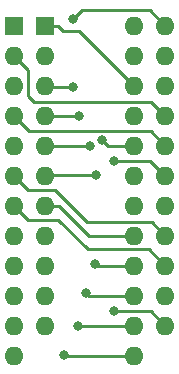
<source format=gbr>
G04 #@! TF.GenerationSoftware,KiCad,Pcbnew,(5.1.4)-1*
G04 #@! TF.CreationDate,2022-03-07T20:56:38-05:00*
G04 #@! TF.ProjectId,MB7074_to_MB7072,4d423730-3734-45f7-946f-5f4d42373037,rev?*
G04 #@! TF.SameCoordinates,Original*
G04 #@! TF.FileFunction,Copper,L2,Bot*
G04 #@! TF.FilePolarity,Positive*
%FSLAX46Y46*%
G04 Gerber Fmt 4.6, Leading zero omitted, Abs format (unit mm)*
G04 Created by KiCad (PCBNEW (5.1.4)-1) date 2022-03-07 20:56:38*
%MOMM*%
%LPD*%
G04 APERTURE LIST*
%ADD10O,1.600000X1.600000*%
%ADD11R,1.600000X1.600000*%
%ADD12C,0.800000*%
%ADD13C,0.250000*%
G04 APERTURE END LIST*
D10*
X83335001Y-60575001D03*
X73175001Y-85975001D03*
X83335001Y-63115001D03*
X73175001Y-83435001D03*
X83335001Y-65655001D03*
X73175001Y-80895001D03*
X83335001Y-68195001D03*
X73175001Y-78355001D03*
X83335001Y-70735001D03*
X73175001Y-75815001D03*
X83335001Y-73275001D03*
X73175001Y-73275001D03*
X83335001Y-75815001D03*
X73175001Y-70735001D03*
X83335001Y-78355001D03*
X73175001Y-68195001D03*
X83335001Y-80895001D03*
X73175001Y-65655001D03*
X83335001Y-83435001D03*
X73175001Y-63115001D03*
X83335001Y-85975001D03*
D11*
X73175001Y-60575001D03*
D10*
X80660000Y-60575001D03*
X70500000Y-88515001D03*
X80660000Y-63115001D03*
X70500000Y-85975001D03*
X80660000Y-65655001D03*
X70500000Y-83435001D03*
X80660000Y-68195001D03*
X70500000Y-80895001D03*
X80660000Y-70735001D03*
X70500000Y-78355001D03*
X80660000Y-73275001D03*
X70500000Y-75815001D03*
X80660000Y-75815001D03*
X70500000Y-73275001D03*
X80660000Y-78355001D03*
X70500000Y-70735001D03*
X80660000Y-80895001D03*
X70500000Y-68195001D03*
X80660000Y-83435001D03*
X70500000Y-65655001D03*
X80660000Y-85975001D03*
X70500000Y-63115001D03*
X80660000Y-88515001D03*
D11*
X70500000Y-60575001D03*
D12*
X75500000Y-60000000D03*
X79000000Y-72000000D03*
X77375010Y-80750000D03*
X77500000Y-73250000D03*
X76650010Y-83250000D03*
X77000000Y-70750000D03*
X75925010Y-86000000D03*
X76000000Y-68250000D03*
X74750000Y-88500000D03*
X75500000Y-65750000D03*
X79000000Y-84750000D03*
X78000000Y-70250000D03*
D13*
X75500000Y-60000000D02*
X76250000Y-59250000D01*
X82010000Y-59250000D02*
X83335001Y-60575001D01*
X76250000Y-59250000D02*
X82010000Y-59250000D01*
X83335001Y-68195001D02*
X82140000Y-67000000D01*
X70500000Y-63115001D02*
X71750000Y-64365001D01*
X71750000Y-66500000D02*
X72250000Y-67000000D01*
X71750000Y-64365001D02*
X71750000Y-66500000D01*
X82140000Y-67000000D02*
X72250000Y-67000000D01*
X83335001Y-70735001D02*
X82100000Y-69500000D01*
X71299999Y-68995000D02*
X70500000Y-68195001D01*
X71804999Y-69500000D02*
X71299999Y-68995000D01*
X82100000Y-69500000D02*
X71804999Y-69500000D01*
X74306371Y-75815001D02*
X73175001Y-75815001D01*
X76846371Y-78355001D02*
X74306371Y-75815001D01*
X80660000Y-78355001D02*
X76846371Y-78355001D01*
X83335001Y-73275001D02*
X82060000Y-72000000D01*
X82060000Y-72000000D02*
X81250000Y-72000000D01*
X81250000Y-72000000D02*
X79250000Y-72000000D01*
X79250000Y-72000000D02*
X79000000Y-72000000D01*
X80660000Y-80895001D02*
X77520011Y-80895001D01*
X77520011Y-80895001D02*
X77375010Y-80750000D01*
X73200002Y-73250000D02*
X73175001Y-73275001D01*
X77500000Y-73250000D02*
X73200002Y-73250000D01*
X80660000Y-83435001D02*
X76835011Y-83435001D01*
X76835011Y-83435001D02*
X76650010Y-83250000D01*
X73190000Y-70750000D02*
X73175001Y-70735001D01*
X77000000Y-70750000D02*
X73190000Y-70750000D01*
X71299999Y-74075000D02*
X70500000Y-73275001D01*
X82210000Y-77230000D02*
X83335001Y-78355001D01*
X76730000Y-77230000D02*
X82210000Y-77230000D01*
X74000000Y-74500000D02*
X76730000Y-77230000D01*
X71724999Y-74500000D02*
X71299999Y-74075000D01*
X73250000Y-74500000D02*
X71724999Y-74500000D01*
X73250000Y-74500000D02*
X74000000Y-74500000D01*
X73000000Y-74500000D02*
X73250000Y-74500000D01*
X80660000Y-85975001D02*
X75950009Y-85975001D01*
X75950009Y-85975001D02*
X75925010Y-86000000D01*
X73230000Y-68250000D02*
X73175001Y-68195001D01*
X76000000Y-68250000D02*
X73230000Y-68250000D01*
X83335001Y-80895001D02*
X81940000Y-79500000D01*
X81940000Y-79500000D02*
X76750000Y-79500000D01*
X76750000Y-79500000D02*
X74250000Y-77000000D01*
X71684999Y-77000000D02*
X70500000Y-75815001D01*
X74250000Y-77000000D02*
X71684999Y-77000000D01*
X80660000Y-88515001D02*
X74765001Y-88515001D01*
X74765001Y-88515001D02*
X74750000Y-88500000D01*
X73270000Y-65750000D02*
X73175001Y-65655001D01*
X75500000Y-65750000D02*
X73270000Y-65750000D01*
X83335001Y-85975001D02*
X82110000Y-84750000D01*
X82110000Y-84750000D02*
X79000000Y-84750000D01*
X80660000Y-70735001D02*
X78485001Y-70735001D01*
X78485001Y-70735001D02*
X78000000Y-70250000D01*
X80660000Y-65655001D02*
X76004999Y-61000000D01*
X74225001Y-60575001D02*
X73175001Y-60575001D01*
X74650000Y-61000000D02*
X74225001Y-60575001D01*
X76004999Y-61000000D02*
X74650000Y-61000000D01*
M02*

</source>
